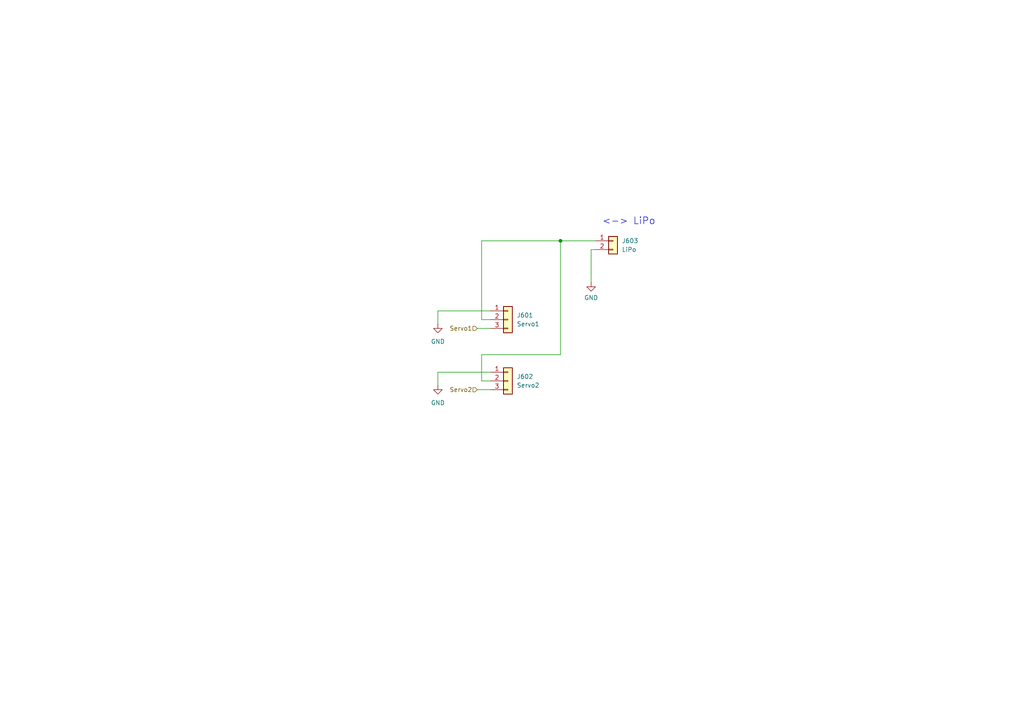
<source format=kicad_sch>
(kicad_sch (version 20250114) (generator "eeschema") (generator_version "9.0")
  (paper "A4")
  (lib_symbols
    (symbol "Connector_Generic:Conn_01x02" (pin_names (offset 1.016) (hide yes))
      (property "Reference" "J" (at 0 2.54 0))
      (property "Value" "Conn_01x02" (at 0 -5.08 0))
      (symbol "Conn_01x02_1_1"
        (rectangle (start -1.27 1.27) (end 1.27 -3.81) (stroke (width 0.254)) (fill (type background)))
        (rectangle (start -1.27 0.127) (end 0 -0.127) (stroke (width 0.1524)))
        (rectangle (start -1.27 -2.413) (end 0 -2.667) (stroke (width 0.1524)))
        (pin passive line (at -5.08 0 0) (length 3.81) (name "Pin_1") (number "1"))
        (pin passive line (at -5.08 -2.54 0) (length 3.81) (name "Pin_2") (number "2"))
      )
    )
    (symbol "Connector_Generic:Conn_01x03" (pin_names (offset 1.016) (hide yes))
      (property "Reference" "J" (at 0 5.08 0))
      (property "Value" "Conn_01x03" (at 0 -5.08 0))
      (symbol "Conn_01x03_1_1"
        (rectangle (start -1.27 3.81) (end 1.27 -3.81) (stroke (width 0.254)) (fill (type background)))
        (rectangle (start -1.27 2.667) (end 0 2.413) (stroke (width 0.1524)))
        (rectangle (start -1.27 0.127) (end 0 -0.127) (stroke (width 0.1524)))
        (rectangle (start -1.27 -2.413) (end 0 -2.667) (stroke (width 0.1524)))
        (pin passive line (at -5.08 2.54 0) (length 3.81) (name "Pin_1") (number "1"))
        (pin passive line (at -5.08 0 0) (length 3.81) (name "Pin_2") (number "2"))
        (pin passive line (at -5.08 -2.54 0) (length 3.81) (name "Pin_3") (number "3"))
      )
    )
    (symbol "power:GND" (power) (pin_numbers (hide yes)) (pin_names (offset 0) (hide yes))
      (property "Value" "GND" (at 0 -3.81 0))
      (symbol "GND_0_1"
        (polyline (pts (xy 0 0) (xy 0 -1.27) (xy 1.27 -1.27) (xy 0 -2.54) (xy -1.27 -1.27) (xy 0 -1.27)))
      )
      (symbol "GND_1_1"
        (pin power_in line (at 0 0 270) (length 0) (name "~") (number "1"))
      )
    )
  )
  (text "<-> LiPo" (at 174.625 65.405 0) (effects (font (size 2 2)) (justify left bottom)))
  (junction (at 162.56 69.85))
  (wire (pts (xy 139.7 69.85) (xy 139.7 92.71)))
  (wire (pts (xy 127 107.95) (xy 127 111.76)))
  (wire (pts (xy 139.7 110.49) (xy 142.24 110.49)))
  (wire (pts (xy 139.7 92.71) (xy 142.24 92.71)))
  (wire (pts (xy 162.56 69.85) (xy 162.56 102.87)))
  (wire (pts (xy 171.45 72.39) (xy 172.72 72.39)))
  (wire (pts (xy 138.43 113.03) (xy 142.24 113.03)))
  (wire (pts (xy 138.43 95.25) (xy 142.24 95.25)))
  (wire (pts (xy 171.45 81.915) (xy 171.45 72.39)))
  (wire (pts (xy 142.24 90.17) (xy 127 90.17)))
  (wire (pts (xy 139.7 102.87) (xy 139.7 110.49)))
  (wire (pts (xy 142.24 107.95) (xy 127 107.95)))
  (wire (pts (xy 127 90.17) (xy 127 93.98)))
  (wire (pts (xy 162.56 102.87) (xy 139.7 102.87)))
  (wire (pts (xy 162.56 69.85) (xy 139.7 69.85)))
  (wire (pts (xy 172.72 69.85) (xy 162.56 69.85)))
  (hierarchical_label "Servo2" (shape input) (at 138.43 113.03 180))
  (hierarchical_label "Servo1" (shape input) (at 138.43 95.25 180))
  (symbol (lib_id "Connector_Generic:Conn_01x02") (at 177.8 69.85 0) (unit 1)
    (property "Reference" "J603" (at 180.34 69.85 0) (effects (justify left)))
    (property "Value" "LiPo" (at 180.34 72.39 0) (effects (justify left)))
    (property "Footprint" "Connector_JST:JST_PH_S2B-PH-K_1x02_P2.00mm_Horizontal" (effects (hide yes)))
  )
  (symbol (lib_id "power:GND") (at 171.45 81.915 0) (unit 1)
    (property "Reference" "#PWR0603" (effects (hide yes)))
    (property "Value" "GND" (at 171.45 86.36 0))
  )
  (symbol (lib_id "Connector_Generic:Conn_01x03") (at 147.32 110.49 0) (unit 1)
    (property "Reference" "J602" (at 149.86 109.2199 0) (effects (justify left)))
    (property "Value" "Servo2" (at 149.86 111.7599 0) (effects (justify left)))
    (property "Footprint" "Connector_Harwin:Harwin_M20-89003xx_1x03_P2.54mm_Horizontal" (effects (hide yes)))
    (property "Description" "Generic connector, single row, 01x03, script generated (kicad-library-utils/schlib/autogen/connector/)" (effects (hide yes)))
  )
  (symbol (lib_id "Connector_Generic:Conn_01x03") (at 147.32 92.71 0) (unit 1)
    (property "Reference" "J601" (at 149.86 91.4399 0) (effects (justify left)))
    (property "Value" "Servo1" (at 149.86 93.9799 0) (effects (justify left)))
    (property "Footprint" "Connector_Harwin:Harwin_M20-89003xx_1x03_P2.54mm_Horizontal" (effects (hide yes)))
    (property "Description" "Generic connector, single row, 01x03, script generated (kicad-library-utils/schlib/autogen/connector/)" (effects (hide yes)))
  )
  (symbol (lib_id "power:GND") (at 127 111.76 0) (unit 1)
    (property "Reference" "#PWR0602" (effects (hide yes)))
    (property "Value" "GND" (at 127 116.84 0))
    (property "Description" "Power symbol creates a global label with name \"GND\" , ground" (effects (hide yes)))
  )
  (symbol (lib_id "power:GND") (at 127 93.98 0) (unit 1)
    (property "Reference" "#PWR0601" (effects (hide yes)))
    (property "Value" "GND" (at 127 99.06 0))
    (property "Description" "Power symbol creates a global label with name \"GND\" , ground" (effects (hide yes)))
  )
)
</source>
